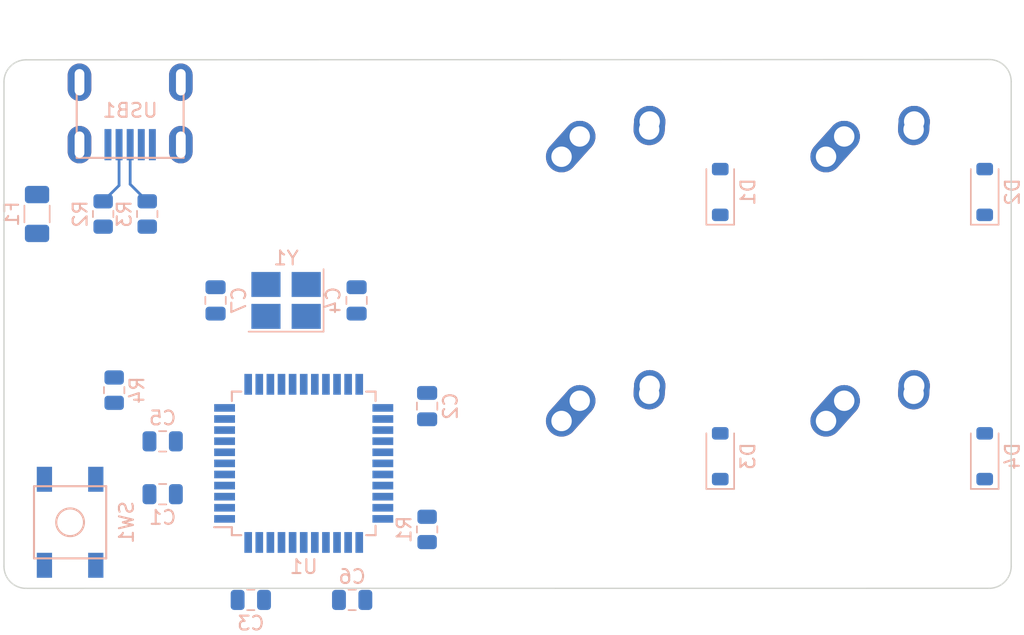
<source format=kicad_pcb>
(kicad_pcb (version 20221018) (generator pcbnew)
  (layers (0 "F.Cu" signal) (31 "B.Cu" signal) (34 "B.Paste" user) (35 "F.Paste" user) (36 "B.SilkS" user "B.Silkscreen") (37 "F.SilkS" user "F.Silkscreen") (38 "B.Mask" user) (39 "F.Mask" user) (44 "Edge.Cuts" user))
  (net 0 "")
  (net 1 "GND")
  (net 2 "Net-(U1-UCAP)")
  (net 3 "+5V")
  (net 4 "Net-(U1-XTAL1)")
  (net 5 "Net-(U1-XTAL2)")
  (net 6 "ROW0")
  (net 7 "Net-(D1-A)")
  (net 8 "Net-(D2-A)")
  (net 9 "ROW1")
  (net 10 "Net-(D3-A)")
  (net 11 "Net-(D4-A)")
  (net 12 "VCC")
  (net 13 "COL0")
  (net 14 "COL1")
  (net 15 "Net-(U1-~{HWB}{slash}PE2)")
  (net 16 "D+")
  (net 17 "Net-(U1-D+)")
  (net 18 "D-")
  (net 19 "Net-(U1-D-)")
  (net 20 "Net-(U1-~{RESET})")
  (footprint "MX_Alps_Hybrid:MX-1U-NoLED" (layer "F.Cu") (at 133.6675 41.275)
    (fp_text reference "MX2")
    (fp_text value "MX-NoLED")
    (pad "" np_thru_hole circle (at -5.08 0 48.0996) (size 1.75 1.75) (drill 1.75) (layers "*.Cu" "*.Mask"))
    (pad "" np_thru_hole circle (at 0 0) (size 3.9878 3.9878) (drill 3.9878) (layers "*.Cu" "*.Mask"))
    (pad "" np_thru_hole circle (at 5.08 0 48.0996) (size 1.75 1.75) (drill 1.75) (layers "*.Cu" "*.Mask"))
    (pad "1" thru_hole oval (at -3.81 -2.54 48.0996) (size 4.211556 2.25) (drill 1.47 (offset 0.980778 0)) (layers "*.Cu" "B.Mask") (net 14 "COL1"))
    (pad "1" thru_hole circle (at -2.5 -4) (size 2.25 2.25) (drill 1.47) (layers "*.Cu" "B.Mask") (net 14 "COL1"))
    (pad "2" thru_hole oval (at 2.5 -4.5 86.0548) (size 2.831378 2.25) (drill 1.47 (offset 0.290689 0)) (layers "*.Cu" "B.Mask") (net 8 "Net-(D2-A)"))
    (pad "2" thru_hole circle (at 2.54 -5.08) (size 2.25 2.25) (drill 1.47) (layers "*.Cu" "B.Mask") (net 8 "Net-(D2-A)"))
  )
  (footprint "MX_Alps_Hybrid:MX-1U-NoLED" (layer "F.Cu") (at 133.6675 60.325)
    (fp_text reference "MX4")
    (fp_text value "MX-NoLED")
    (pad "" np_thru_hole circle (at -5.08 0 48.0996) (size 1.75 1.75) (drill 1.75) (layers "*.Cu" "*.Mask"))
    (pad "" np_thru_hole circle (at 0 0) (size 3.9878 3.9878) (drill 3.9878) (layers "*.Cu" "*.Mask"))
    (pad "" np_thru_hole circle (at 5.08 0 48.0996) (size 1.75 1.75) (drill 1.75) (layers "*.Cu" "*.Mask"))
    (pad "1" thru_hole oval (at -3.81 -2.54 48.0996) (size 4.211556 2.25) (drill 1.47 (offset 0.980778 0)) (layers "*.Cu" "B.Mask") (net 14 "COL1"))
    (pad "1" thru_hole circle (at -2.5 -4) (size 2.25 2.25) (drill 1.47) (layers "*.Cu" "B.Mask") (net 14 "COL1"))
    (pad "2" thru_hole oval (at 2.5 -4.5 86.0548) (size 2.831378 2.25) (drill 1.47 (offset 0.290689 0)) (layers "*.Cu" "B.Mask") (net 11 "Net-(D4-A)"))
    (pad "2" thru_hole circle (at 2.54 -5.08) (size 2.25 2.25) (drill 1.47) (layers "*.Cu" "B.Mask") (net 11 "Net-(D4-A)"))
  )
  (footprint "MX_Alps_Hybrid:MX-1U-NoLED" (layer "F.Cu") (at 114.6175 60.325)
    (fp_text reference "MX3")
    (fp_text value "MX-NoLED")
    (pad "" np_thru_hole circle (at -5.08 0 48.0996) (size 1.75 1.75) (drill 1.75) (layers "*.Cu" "*.Mask"))
    (pad "" np_thru_hole circle (at 0 0) (size 3.9878 3.9878) (drill 3.9878) (layers "*.Cu" "*.Mask"))
    (pad "" np_thru_hole circle (at 5.08 0 48.0996) (size 1.75 1.75) (drill 1.75) (layers "*.Cu" "*.Mask"))
    (pad "1" thru_hole oval (at -3.81 -2.54 48.0996) (size 4.211556 2.25) (drill 1.47 (offset 0.980778 0)) (layers "*.Cu" "B.Mask") (net 13 "COL0"))
    (pad "1" thru_hole circle (at -2.5 -4) (size 2.25 2.25) (drill 1.47) (layers "*.Cu" "B.Mask") (net 13 "COL0"))
    (pad "2" thru_hole oval (at 2.5 -4.5 86.0548) (size 2.831378 2.25) (drill 1.47 (offset 0.290689 0)) (layers "*.Cu" "B.Mask") (net 10 "Net-(D3-A)"))
    (pad "2" thru_hole circle (at 2.54 -5.08) (size 2.25 2.25) (drill 1.47) (layers "*.Cu" "B.Mask") (net 10 "Net-(D3-A)"))
  )
  (footprint "MX_Alps_Hybrid:MX-1U-NoLED" (layer "F.Cu") (at 114.6175 41.275)
    (fp_text reference "MX1")
    (fp_text value "MX-NoLED")
    (pad "" np_thru_hole circle (at -5.08 0 48.0996) (size 1.75 1.75) (drill 1.75) (layers "*.Cu" "*.Mask"))
    (pad "" np_thru_hole circle (at 0 0) (size 3.9878 3.9878) (drill 3.9878) (layers "*.Cu" "*.Mask"))
    (pad "" np_thru_hole circle (at 5.08 0 48.0996) (size 1.75 1.75) (drill 1.75) (layers "*.Cu" "*.Mask"))
    (pad "1" thru_hole oval (at -3.81 -2.54 48.0996) (size 4.211556 2.25) (drill 1.47 (offset 0.980778 0)) (layers "*.Cu" "B.Mask") (net 13 "COL0"))
    (pad "1" thru_hole circle (at -2.5 -4) (size 2.25 2.25) (drill 1.47) (layers "*.Cu" "B.Mask") (net 13 "COL0"))
    (pad "2" thru_hole oval (at 2.5 -4.5 86.0548) (size 2.831378 2.25) (drill 1.47 (offset 0.290689 0)) (layers "*.Cu" "B.Mask") (net 7 "Net-(D1-A)"))
    (pad "2" thru_hole circle (at 2.54 -5.08) (size 2.25 2.25) (drill 1.47) (layers "*.Cu" "B.Mask") (net 7 "Net-(D1-A)"))
  )
  (footprint "Capacitor_SMD:C_0805_2012Metric" (layer "B.Cu") (at 82.07375 59.25375 180)
    (fp_text reference "C5" (at 0 1.68) (layer "B.SilkS") (effects (justify mirror)))
    (fp_text value "0.1uF")
    (fp_line (start -0.261252 -0.735) (end 0.261252 -0.735) (stroke (width 0.12)) (layer "B.SilkS"))
    (fp_line (start -0.261252 0.735) (end 0.261252 0.735) (stroke (width 0.12)) (layer "B.SilkS"))
    (pad "1" smd roundrect (at -0.95 0 180) (size 1 1.45) (layers "B.Cu" "B.Paste" "B.Mask") (net 3 "+5V"))
    (pad "2" smd roundrect (at 0.95 0 180) (size 1 1.45) (layers "B.Cu" "B.Paste" "B.Mask") (net 1 "GND"))
  )
  (footprint "Diode_SMD:D_SOD-123" (layer "B.Cu") (at 141.2875 41.275 90)
    (fp_text reference "D2" (at 0 2 90) (layer "B.SilkS") (effects (justify mirror)))
    (fp_text value "SOD-123")
    (fp_line (start -2.36 -1) (end 1.65 -1) (stroke (width 0.12)) (layer "B.SilkS"))
    (fp_line (start -2.36 1) (end -2.36 -1) (stroke (width 0.12)) (layer "B.SilkS"))
    (fp_line (start -2.36 1) (end 1.65 1) (stroke (width 0.12)) (layer "B.SilkS"))
    (pad "1" smd roundrect (at -1.65 0 90) (size 0.9 1.2) (layers "B.Cu" "B.Paste" "B.Mask") (net 6 "ROW0"))
    (pad "2" smd roundrect (at 1.65 0 90) (size 0.9 1.2) (layers "B.Cu" "B.Paste" "B.Mask") (net 8 "Net-(D2-A)"))
  )
  (footprint "Capacitor_SMD:C_0805_2012Metric" (layer "B.Cu") (at 101.12375 56.71375 90)
    (fp_text reference "C2" (at 0 1.68 90) (layer "B.SilkS") (effects (justify mirror)))
    (fp_text value "0.1uF")
    (fp_line (start -0.261252 -0.735) (end 0.261252 -0.735) (stroke (width 0.12)) (layer "B.SilkS"))
    (fp_line (start -0.261252 0.735) (end 0.261252 0.735) (stroke (width 0.12)) (layer "B.SilkS"))
    (pad "1" smd roundrect (at -0.95 0 90) (size 1 1.45) (layers "B.Cu" "B.Paste" "B.Mask") (net 3 "+5V"))
    (pad "2" smd roundrect (at 0.95 0 90) (size 1 1.45) (layers "B.Cu" "B.Paste" "B.Mask") (net 1 "GND"))
  )
  (footprint "Resistor_SMD:R_0805_2012Metric" (layer "B.Cu") (at 77.787496 42.8625 -90)
    (fp_text reference "R2" (at 0 1.65 90) (layer "B.SilkS") (effects (justify mirror)))
    (fp_text value "22")
    (fp_line (start -0.227064 -0.735) (end 0.227064 -0.735) (stroke (width 0.12)) (layer "B.SilkS"))
    (fp_line (start -0.227064 0.735) (end 0.227064 0.735) (stroke (width 0.12)) (layer "B.SilkS"))
    (pad "1" smd roundrect (at -0.9125 0 270) (size 1.025 1.4) (layers "B.Cu" "B.Paste" "B.Mask") (roundrect_rratio 0.243902) (net 16 "D+"))
    (pad "2" smd roundrect (at 0.9125 0 270) (size 1.025 1.4) (layers "B.Cu" "B.Paste" "B.Mask") (roundrect_rratio 0.243902) (net 17 "Net-(U1-D+)"))
  )
  (footprint "Capacitor_SMD:C_0805_2012Metric" (layer "B.Cu") (at 88.42375 70.68375)
    (fp_text reference "C3" (at 0 1.68) (layer "B.SilkS") (effects (justify mirror)))
    (fp_text value "10uF")
    (fp_line (start -0.261252 -0.735) (end 0.261252 -0.735) (stroke (width 0.12)) (layer "B.SilkS"))
    (fp_line (start -0.261252 0.735) (end 0.261252 0.735) (stroke (width 0.12)) (layer "B.SilkS"))
    (pad "1" smd roundrect (at -0.95 0) (size 1 1.45) (layers "B.Cu" "B.Paste" "B.Mask") (net 3 "+5V"))
    (pad "2" smd roundrect (at 0.95 0) (size 1 1.45) (layers "B.Cu" "B.Paste" "B.Mask") (net 1 "GND"))
  )
  (footprint "Resistor_SMD:R_0805_2012Metric" (layer "B.Cu") (at 78.58125 55.5625 90)
    (fp_text reference "R4" (at 0 1.65 90) (layer "B.SilkS") (effects (justify mirror)))
    (fp_text value "10k")
    (fp_line (start -0.227064 -0.735) (end 0.227064 -0.735) (stroke (width 0.12)) (layer "B.SilkS"))
    (fp_line (start -0.227064 0.735) (end 0.227064 0.735) (stroke (width 0.12)) (layer "B.SilkS"))
    (pad "1" smd roundrect (at -0.9125 0 90) (size 1.025 1.4) (layers "B.Cu" "B.Paste" "B.Mask") (roundrect_rratio 0.243902) (net 3 "+5V"))
    (pad "2" smd roundrect (at 0.9125 0 90) (size 1.025 1.4) (layers "B.Cu" "B.Paste" "B.Mask") (roundrect_rratio 0.243902) (net 20 "Net-(U1-~{RESET})"))
  )
  (footprint "Resistor_SMD:R_0805_2012Metric" (layer "B.Cu") (at 101.12375 65.60375 -90)
    (fp_text reference "R1" (at 0 1.65 90) (layer "B.SilkS") (effects (justify mirror)))
    (fp_text value "10k")
    (fp_line (start -0.227064 -0.735) (end 0.227064 -0.735) (stroke (width 0.12)) (layer "B.SilkS"))
    (fp_line (start -0.227064 0.735) (end 0.227064 0.735) (stroke (width 0.12)) (layer "B.SilkS"))
    (pad "1" smd roundrect (at -0.9125 0 270) (size 1.025 1.4) (layers "B.Cu" "B.Paste" "B.Mask") (roundrect_rratio 0.243902) (net 15 "Net-(U1-~{HWB}{slash}PE2)"))
    (pad "2" smd roundrect (at 0.9125 0 270) (size 1.025 1.4) (layers "B.Cu" "B.Paste" "B.Mask") (roundrect_rratio 0.243902) (net 1 "GND"))
  )
  (footprint "Capacitor_SMD:C_0805_2012Metric" (layer "B.Cu") (at 82.07375 63.06375)
    (fp_text reference "C1" (at 0 1.68 -360) (layer "B.SilkS") (effects (justify mirror)))
    (fp_text value "1uF")
    (fp_line (start -0.261252 -0.735) (end 0.261252 -0.735) (stroke (width 0.12)) (layer "B.SilkS"))
    (fp_line (start -0.261252 0.735) (end 0.261252 0.735) (stroke (width 0.12)) (layer "B.SilkS"))
    (pad "1" smd roundrect (at -0.95 0) (size 1 1.45) (layers "B.Cu" "B.Paste" "B.Mask") (net 1 "GND"))
    (pad "2" smd roundrect (at 0.95 0) (size 1 1.45) (layers "B.Cu" "B.Paste" "B.Mask") (net 2 "Net-(U1-UCAP)"))
  )
  (footprint "Resistor_SMD:R_0805_2012Metric" (layer "B.Cu") (at 80.962496 42.8625 -90)
    (fp_text reference "R3" (at 0 1.65 90) (layer "B.SilkS") (effects (justify mirror)))
    (fp_text value "22")
    (fp_line (start -0.227064 -0.735) (end 0.227064 -0.735) (stroke (width 0.12)) (layer "B.SilkS"))
    (fp_line (start -0.227064 0.735) (end 0.227064 0.735) (stroke (width 0.12)) (layer "B.SilkS"))
    (pad "1" smd roundrect (at -0.9125 0 270) (size 1.025 1.4) (layers "B.Cu" "B.Paste" "B.Mask") (roundrect_rratio 0.243902) (net 18 "D-"))
    (pad "2" smd roundrect (at 0.9125 0 270) (size 1.025 1.4) (layers "B.Cu" "B.Paste" "B.Mask") (roundrect_rratio 0.243902) (net 19 "Net-(U1-D-)"))
  )
  (footprint "random-keyboard-parts:Molex-0548190589" (layer "B.Cu") (at 79.733008 33.364423 -90)
    (fp_text reference "USB1" (at 2.032 0 -360) (layer "B.SilkS") (effects (justify mirror)))
    (fp_text value "Molex-0548190589")
    (fp_line (start 0 -3.85) (end 5.45 -3.85) (stroke (width 0.15)) (layer "B.SilkS"))
    (fp_line (start 0 3.85) (end 5.45 3.85) (stroke (width 0.15)) (layer "B.SilkS"))
    (fp_line (start 5.45 3.85) (end 5.45 -3.85) (stroke (width 0.15)) (layer "B.SilkS"))
    (pad "1" smd rect (at 4.5 -1.6 270) (size 2.25 0.5) (layers "B.Cu" "B.Paste" "B.Mask") (net 1 "GND"))
    (pad "2" smd rect (at 4.5 -0.8 270) (size 2.25 0.5) (layers "B.Cu" "B.Paste" "B.Mask"))
    (pad "3" smd rect (at 4.5 0 270) (size 2.25 0.5) (layers "B.Cu" "B.Paste" "B.Mask") (net 18 "D-"))
    (pad "4" smd rect (at 4.5 0.8 270) (size 2.25 0.5) (layers "B.Cu" "B.Paste" "B.Mask") (net 16 "D+"))
    (pad "5" smd rect (at 4.5 1.6 270) (size 2.25 0.5) (layers "B.Cu" "B.Paste" "B.Mask") (net 12 "VCC"))
    (pad "6" thru_hole oval (at 0 -3.65 270) (size 2.7 1.7) (drill oval 1.9 0.7) (layers "*.Cu" "*.Mask") (net 1 "GND"))
    (pad "6" thru_hole oval (at 0 3.65 270) (size 2.7 1.7) (drill oval 1.9 0.7) (layers "*.Cu" "*.Mask") (net 1 "GND"))
    (pad "6" thru_hole oval (at 4.5 -3.65 270) (size 2.7 1.7) (drill oval 1.9 0.7) (layers "*.Cu" "*.Mask") (net 1 "GND"))
    (pad "6" thru_hole oval (at 4.5 3.65 270) (size 2.7 1.7) (drill oval 1.9 0.7) (layers "*.Cu" "*.Mask") (net 1 "GND"))
  )
  (footprint "Diode_SMD:D_SOD-123" (layer "B.Cu") (at 122.2375 41.275 90)
    (fp_text reference "D1" (at 0 2 90) (layer "B.SilkS") (effects (justify mirror)))
    (fp_text value "SOD-123")
    (fp_line (start -2.36 -1) (end 1.65 -1) (stroke (width 0.12)) (layer "B.SilkS"))
    (fp_line (start -2.36 1) (end -2.36 -1) (stroke (width 0.12)) (layer "B.SilkS"))
    (fp_line (start -2.36 1) (end 1.65 1) (stroke (width 0.12)) (layer "B.SilkS"))
    (pad "1" smd roundrect (at -1.65 0 90) (size 0.9 1.2) (layers "B.Cu" "B.Paste" "B.Mask") (net 6 "ROW0"))
    (pad "2" smd roundrect (at 1.65 0 90) (size 0.9 1.2) (layers "B.Cu" "B.Paste" "B.Mask") (net 7 "Net-(D1-A)"))
  )
  (footprint "Diode_SMD:D_SOD-123" (layer "B.Cu") (at 141.2875 60.325 90)
    (fp_text reference "D4" (at 0 2 90) (layer "B.SilkS") (effects (justify mirror)))
    (fp_text value "SOD-123")
    (fp_line (start -2.36 -1) (end 1.65 -1) (stroke (width 0.12)) (layer "B.SilkS"))
    (fp_line (start -2.36 1) (end -2.36 -1) (stroke (width 0.12)) (layer "B.SilkS"))
    (fp_line (start -2.36 1) (end 1.65 1) (stroke (width 0.12)) (layer "B.SilkS"))
    (pad "1" smd roundrect (at -1.65 0 90) (size 0.9 1.2) (layers "B.Cu" "B.Paste" "B.Mask") (net 9 "ROW1"))
    (pad "2" smd roundrect (at 1.65 0 90) (size 0.9 1.2) (layers "B.Cu" "B.Paste" "B.Mask") (net 11 "Net-(D4-A)"))
  )
  (footprint "Crystal:Crystal_SMD_3225-4Pin_3.2x2.5mm_HandSoldering" (layer "B.Cu") (at 90.96375 49.09375 180)
    (fp_text reference "Y1" (at 0 3.05 -360) (layer "B.SilkS") (effects (justify mirror)))
    (fp_text value "16MHz")
    (fp_line (start -2.7 -2.25) (end 2.7 -2.25) (stroke (width 0.12)) (layer "B.SilkS"))
    (fp_line (start -2.7 2.25) (end -2.7 -2.25) (stroke (width 0.12)) (layer "B.SilkS"))
    (pad "1" smd rect (at -1.45 -1.15 180) (size 2.1 1.8) (layers "B.Cu" "B.Paste" "B.Mask") (net 4 "Net-(U1-XTAL1)"))
    (pad "2" smd rect (at 1.45 -1.15 180) (size 2.1 1.8) (layers "B.Cu" "B.Paste" "B.Mask") (net 1 "GND"))
    (pad "3" smd rect (at 1.45 1.15 180) (size 2.1 1.8) (layers "B.Cu" "B.Paste" "B.Mask") (net 5 "Net-(U1-XTAL2)"))
    (pad "4" smd rect (at -1.45 1.15 180) (size 2.1 1.8) (layers "B.Cu" "B.Paste" "B.Mask") (net 1 "GND"))
  )
  (footprint "Capacitor_SMD:C_0805_2012Metric" (layer "B.Cu") (at 95.72375 70.68375 180)
    (fp_text reference "C6" (at 0 1.68) (layer "B.SilkS") (effects (justify mirror)))
    (fp_text value "0.1uF")
    (fp_line (start -0.261252 -0.735) (end 0.261252 -0.735) (stroke (width 0.12)) (layer "B.SilkS"))
    (fp_line (start -0.261252 0.735) (end 0.261252 0.735) (stroke (width 0.12)) (layer "B.SilkS"))
    (pad "1" smd roundrect (at -0.95 0 180) (size 1 1.45) (layers "B.Cu" "B.Paste" "B.Mask") (net 3 "+5V"))
    (pad "2" smd roundrect (at 0.95 0 180) (size 1 1.45) (layers "B.Cu" "B.Paste" "B.Mask") (net 1 "GND"))
  )
  (footprint "Capacitor_SMD:C_0805_2012Metric" (layer "B.Cu") (at 96.04375 49.09375 -90)
    (fp_text reference "C4" (at 0 1.68 90) (layer "B.SilkS") (effects (justify mirror)))
    (fp_text value "22pF")
    (fp_line (start -0.261252 -0.735) (end 0.261252 -0.735) (stroke (width 0.12)) (layer "B.SilkS"))
    (fp_line (start -0.261252 0.735) (end 0.261252 0.735) (stroke (width 0.12)) (layer "B.SilkS"))
    (pad "1" smd roundrect (at -0.95 0 270) (size 1 1.45) (layers "B.Cu" "B.Paste" "B.Mask") (net 1 "GND"))
    (pad "2" smd roundrect (at 0.95 0 270) (size 1 1.45) (layers "B.Cu" "B.Paste" "B.Mask") (net 4 "Net-(U1-XTAL1)"))
  )
  (footprint "Package_QFP:TQFP-44_10x10mm_P0.8mm" (layer "B.Cu") (at 92.23375 60.84125)
    (fp_text reference "U1" (at 0 7.45) (layer "B.SilkS") (effects (justify mirror)))
    (fp_text value "ATmega32U4-A")
    (fp_line (start -5.175 -5.175) (end -5.175 -4.5) (stroke (width 0.15)) (layer "B.SilkS"))
    (fp_line (start -5.175 -5.175) (end -4.5 -5.175) (stroke (width 0.15)) (layer "B.SilkS"))
    (fp_line (start -5.175 4.6) (end -6.45 4.6) (stroke (width 0.15)) (layer "B.SilkS"))
    (fp_line (start -5.175 5.175) (end -5.175 4.6) (stroke (width 0.15)) (layer "B.SilkS"))
    (fp_line (start -5.175 5.175) (end -4.5 5.175) (stroke (width 0.15)) (layer "B.SilkS"))
    (fp_line (start 5.175 -5.175) (end 4.5 -5.175) (stroke (width 0.15)) (layer "B.SilkS"))
    (fp_line (start 5.175 -5.175) (end 5.175 -4.5) (stroke (width 0.15)) (layer "B.SilkS"))
    (fp_line (start 5.175 5.175) (end 4.5 5.175) (stroke (width 0.15)) (layer "B.SilkS"))
    (fp_line (start 5.175 5.175) (end 5.175 4.5) (stroke (width 0.15)) (layer "B.SilkS"))
    (pad "1" smd rect (at -5.7 4) (size 1.5 0.55) (layers "B.Cu" "B.Paste" "B.Mask"))
    (pad "2" smd rect (at -5.7 3.2) (size 1.5 0.55) (layers "B.Cu" "B.Paste" "B.Mask") (net 3 "+5V"))
    (pad "3" smd rect (at -5.7 2.4) (size 1.5 0.55) (layers "B.Cu" "B.Paste" "B.Mask") (net 19 "Net-(U1-D-)"))
    (pad "4" smd rect (at -5.7 1.6) (size 1.5 0.55) (layers "B.Cu" "B.Paste" "B.Mask") (net 17 "Net-(U1-D+)"))
    (pad "5" smd rect (at -5.7 0.8) (size 1.5 0.55) (layers "B.Cu" "B.Paste" "B.Mask") (net 1 "GND"))
    (pad "6" smd rect (at -5.7 0) (size 1.5 0.55) (layers "B.Cu" "B.Paste" "B.Mask") (net 2 "Net-(U1-UCAP)"))
    (pad "7" smd rect (at -5.7 -0.8) (size 1.5 0.55) (layers "B.Cu" "B.Paste" "B.Mask") (net 3 "+5V"))
    (pad "8" smd rect (at -5.7 -1.6) (size 1.5 0.55) (layers "B.Cu" "B.Paste" "B.Mask"))
    (pad "9" smd rect (at -5.7 -2.4) (size 1.5 0.55) (layers "B.Cu" "B.Paste" "B.Mask"))
    (pad "10" smd rect (at -5.7 -3.2) (size 1.5 0.55) (layers "B.Cu" "B.Paste" "B.Mask"))
    (pad "11" smd rect (at -5.7 -4) (size 1.5 0.55) (layers "B.Cu" "B.Paste" "B.Mask"))
    (pad "12" smd rect (at -4 -5.7 270) (size 1.5 0.55) (layers "B.Cu" "B.Paste" "B.Mask"))
    (pad "13" smd rect (at -3.2 -5.7 270) (size 1.5 0.55) (layers "B.Cu" "B.Paste" "B.Mask") (net 20 "Net-(U1-~{RESET})"))
    (pad "14" smd rect (at -2.4 -5.7 270) (size 1.5 0.55) (layers "B.Cu" "B.Paste" "B.Mask") (net 3 "+5V"))
    (pad "15" smd rect (at -1.6 -5.7 270) (size 1.5 0.55) (layers "B.Cu" "B.Paste" "B.Mask") (net 1 "GND"))
    (pad "16" smd rect (at -0.8 -5.7 270) (size 1.5 0.55) (layers "B.Cu" "B.Paste" "B.Mask") (net 5 "Net-(U1-XTAL2)"))
    (pad "17" smd rect (at 0 -5.7 270) (size 1.5 0.55) (layers "B.Cu" "B.Paste" "B.Mask") (net 4 "Net-(U1-XTAL1)"))
    (pad "18" smd rect (at 0.8 -5.7 270) (size 1.5 0.55) (layers "B.Cu" "B.Paste" "B.Mask"))
    (pad "19" smd rect (at 1.6 -5.7 270) (size 1.5 0.55) (layers "B.Cu" "B.Paste" "B.Mask"))
    (pad "20" smd rect (at 2.4 -5.7 270) (size 1.5 0.55) (layers "B.Cu" "B.Paste" "B.Mask"))
    (pad "21" smd rect (at 3.2 -5.7 270) (size 1.5 0.55) (layers "B.Cu" "B.Paste" "B.Mask"))
    (pad "22" smd rect (at 4 -5.7 270) (size 1.5 0.55) (layers "B.Cu" "B.Paste" "B.Mask"))
    (pad "23" smd rect (at 5.7 -4) (size 1.5 0.55) (layers "B.Cu" "B.Paste" "B.Mask") (net 1 "GND"))
    (pad "24" smd rect (at 5.7 -3.2) (size 1.5 0.55) (layers "B.Cu" "B.Paste" "B.Mask") (net 3 "+5V"))
    (pad "25" smd rect (at 5.7 -2.4) (size 1.5 0.55) (layers "B.Cu" "B.Paste" "B.Mask"))
    (pad "26" smd rect (at 5.7 -1.6) (size 1.5 0.55) (layers "B.Cu" "B.Paste" "B.Mask"))
    (pad "27" smd rect (at 5.7 -0.8) (size 1.5 0.55) (layers "B.Cu" "B.Paste" "B.Mask"))
    (pad "28" smd rect (at 5.7 0) (size 1.5 0.55) (layers "B.Cu" "B.Paste" "B.Mask"))
    (pad "29" smd rect (at 5.7 0.8) (size 1.5 0.55) (layers "B.Cu" "B.Paste" "B.Mask"))
    (pad "30" smd rect (at 5.7 1.6) (size 1.5 0.55) (layers "B.Cu" "B.Paste" "B.Mask"))
    (pad "31" smd rect (at 5.7 2.4) (size 1.5 0.55) (layers "B.Cu" "B.Paste" "B.Mask"))
    (pad "32" smd rect (at 5.7 3.2) (size 1.5 0.55) (layers "B.Cu" "B.Paste" "B.Mask"))
    (pad "33" smd rect (at 5.7 4) (size 1.5 0.55) (layers "B.Cu" "B.Paste" "B.Mask") (net 15 "Net-(U1-~{HWB}{slash}PE2)"))
    (pad "34" smd rect (at 4 5.7 270) (size 1.5 0.55) (layers "B.Cu" "B.Paste" "B.Mask") (net 3 "+5V"))
    (pad "35" smd rect (at 3.2 5.7 270) (size 1.5 0.55) (layers "B.Cu" "B.Paste" "B.Mask") (net 1 "GND"))
    (pad "36" smd rect (at 2.4 5.7 270) (size 1.5 0.55) (layers "B.Cu" "B.Paste" "B.Mask"))
    (pad "37" smd rect (at 1.6 5.7 270) (size 1.5 0.55) (layers "B.Cu" "B.Paste" "B.Mask"))
    (pad "38" smd rect (at 0.8 5.7 270) (size 1.5 0.55) (layers "B.Cu" "B.Paste" "B.Mask"))
    (pad "39" smd rect (at 0 5.7 270) (size 1.5 0.55) (layers "B.Cu" "B.Paste" "B.Mask"))
    (pad "40" smd rect (at -0.8 5.7 270) (size 1.5 0.55) (layers "B.Cu" "B.Paste" "B.Mask"))
    (pad "41" smd rect (at -1.6 5.7 270) (size 1.5 0.55) (layers "B.Cu" "B.Paste" "B.Mask"))
    (pad "42" smd rect (at -2.4 5.7 270) (size 1.5 0.55) (layers "B.Cu" "B.Paste" "B.Mask"))
    (pad "43" smd rect (at -3.2 5.7 270) (size 1.5 0.55) (layers "B.Cu" "B.Paste" "B.Mask") (net 1 "GND"))
    (pad "44" smd rect (at -4 5.7 270) (size 1.5 0.55) (layers "B.Cu" "B.Paste" "B.Mask") (net 3 "+5V"))
  )
  (footprint "Diode_SMD:D_SOD-123" (layer "B.Cu") (at 122.2375 60.325 90)
    (fp_text reference "D3" (at 0 2 90) (layer "B.SilkS") (effects (justify mirror)))
    (fp_text value "SOD-123")
    (fp_line (start -2.36 -1) (end 1.65 -1) (stroke (width 0.12)) (layer "B.SilkS"))
    (fp_line (start -2.36 1) (end -2.36 -1) (stroke (width 0.12)) (layer "B.SilkS"))
    (fp_line (start -2.36 1) (end 1.65 1) (stroke (width 0.12)) (layer "B.SilkS"))
    (pad "1" smd roundrect (at -1.65 0 90) (size 0.9 1.2) (layers "B.Cu" "B.Paste" "B.Mask") (net 9 "ROW1"))
    (pad "2" smd roundrect (at 1.65 0 90) (size 0.9 1.2) (layers "B.Cu" "B.Paste" "B.Mask") (net 10 "Net-(D3-A)"))
  )
  (footprint "Capacitor_SMD:C_0805_2012Metric" (layer "B.Cu") (at 85.88375 49.09375 90)
    (fp_text reference "C7" (at 0 1.68 90) (layer "B.SilkS") (effects (justify mirror)))
    (fp_text value "22pF")
    (fp_line (start -0.261252 -0.735) (end 0.261252 -0.735) (stroke (width 0.12)) (layer "B.SilkS"))
    (fp_line (start -0.261252 0.735) (end 0.261252 0.735) (stroke (width 0.12)) (layer "B.SilkS"))
    (pad "1" smd roundrect (at -0.95 0 90) (size 1 1.45) (layers "B.Cu" "B.Paste" "B.Mask") (net 1 "GND"))
    (pad "2" smd roundrect (at 0.95 0 90) (size 1 1.45) (layers "B.Cu" "B.Paste" "B.Mask") (net 5 "Net-(U1-XTAL2)"))
  )
  (footprint "random-keyboard-parts:SKQG-1155865" (layer "B.Cu") (at 75.40625 65.0875 -90)
    (fp_text reference "SW1" (at 0 -4.064 90) (layer "B.SilkS") (effects (justify mirror)))
    (fp_text value "SW_Push")
    (fp_line (start -2.6 -2.6) (end -2.6 2.6) (stroke (width 0.15)) (layer "B.SilkS"))
    (fp_line (start -2.6 2.6) (end 2.6 2.6) (stroke (width 0.15)) (layer "B.SilkS"))
    (fp_line (start 2.6 -2.6) (end -2.6 -2.6) (stroke (width 0.15)) (layer "B.SilkS"))
    (fp_line (start 2.6 2.6) (end 2.6 -2.6) (stroke (width 0.15)) (layer "B.SilkS"))
    (fp_circle (center 0 0) (end 1 0) (stroke (width 0.15)) (fill none) (layer "B.SilkS"))
    (pad "1" smd rect (at 3.1 -1.85 270) (size 1.8 1.1) (layers "B.Cu" "B.Paste" "B.Mask") (net 1 "GND"))
    (pad "2" smd rect (at -3.1 1.85 270) (size 1.8 1.1) (layers "B.Cu" "B.Paste" "B.Mask") (net 20 "Net-(U1-~{RESET})"))
    (pad "3" smd rect (at 3.1 1.85 270) (size 1.8 1.1) (layers "B.Cu" "B.Paste" "B.Mask"))
    (pad "4" smd rect (at -3.1 -1.85 270) (size 1.8 1.1) (layers "B.Cu" "B.Paste" "B.Mask"))
  )
  (footprint "Fuse:Fuse_1206_3216Metric" (layer "B.Cu") (at 73.024996 42.8625 -90)
    (fp_text reference "F1" (at 0 1.82 90) (layer "B.SilkS") (effects (justify mirror)))
    (fp_text value "500mA")
    (fp_line (start -0.602064 -0.91) (end 0.602064 -0.91) (stroke (width 0.12)) (layer "B.SilkS"))
    (fp_line (start -0.602064 0.91) (end 0.602064 0.91) (stroke (width 0.12)) (layer "B.SilkS"))
    (pad "1" smd roundrect (at -1.4 0 270) (size 1.25 1.75) (layers "B.Cu" "B.Paste" "B.Mask") (roundrect_rratio 0.2) (net 12 "VCC"))
    (pad "2" smd roundrect (at 1.4 0 270) (size 1.25 1.75) (layers "B.Cu" "B.Paste" "B.Mask") (roundrect_rratio 0.2) (net 3 "+5V"))
  )
  (gr_arc (start 141.607509 31.727101) (mid 142.730041 32.192069) (end 143.195009 33.314601) (stroke (width 0.1)) (layer "Edge.Cuts"))
  (gr_line (start 70.643748 33.3375) (end 70.643748 68.2625) (stroke (width 0.1)) (layer "Edge.Cuts"))
  (gr_line (start 141.607505 31.727101) (end 72.231246 31.75) (stroke (width 0.1)) (layer "Edge.Cuts"))
  (gr_line (start 72.23125 69.85) (end 141.607509 69.846953) (stroke (width 0.1)) (layer "Edge.Cuts"))
  (gr_arc (start 143.195009 68.259453) (mid 142.730041 69.381985) (end 141.607509 69.846953) (stroke (width 0.1)) (layer "Edge.Cuts"))
  (gr_arc (start 70.64375 33.3375) (mid 71.108718 32.214968) (end 72.23125 31.75) (stroke (width 0.1)) (layer "Edge.Cuts"))
  (gr_arc (start 72.23125 69.85) (mid 71.108718 69.385032) (end 70.64375 68.2625) (stroke (width 0.1)) (layer "Edge.Cuts"))
  (gr_line (start 143.195009 68.259453) (end 143.195009 33.314601) (stroke (width 0.1)) (layer "Edge.Cuts"))
  (segment (start 77.787496 41.95) (end 78.933008 40.804488) (width 0.2) (layer "B.Cu") (net 16))
  (segment (start 78.933008 40.804488) (end 78.933008 37.864423) (width 0.2) (layer "B.Cu") (net 16))
  (segment (start 80.962496 41.95) (end 79.733008 40.720512) (width 0.2) (layer "B.Cu") (net 18))
  (segment (start 79.733008 40.720512) (end 79.733008 37.864423) (width 0.2) (layer "B.Cu") (net 18))
)
</source>
